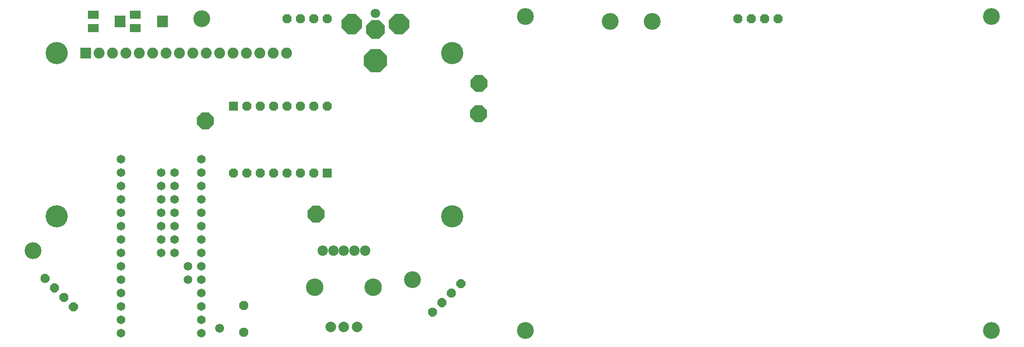
<source format=gts>
G75*
%MOIN*%
%OFA0B0*%
%FSLAX25Y25*%
%IPPOS*%
%LPD*%
%AMOC8*
5,1,8,0,0,1.08239X$1,22.5*
%
%ADD10C,0.12611*%
%ADD11OC8,0.06800*%
%ADD12R,0.08280X0.05918*%
%ADD13R,0.08280X0.08674*%
%ADD14C,0.07887*%
%ADD15C,0.07800*%
%ADD16C,0.13068*%
%ADD17C,0.06500*%
%ADD18R,0.08200X0.08200*%
%ADD19C,0.08200*%
%ADD20C,0.16548*%
%ADD21R,0.06800X0.06800*%
%ADD22OC8,0.17005*%
%ADD23OC8,0.14052*%
%ADD24C,0.07099*%
%ADD25OC8,0.15036*%
%ADD26OC8,0.06706*%
%ADD27C,0.06706*%
%ADD28C,0.01360*%
%ADD29OC8,0.12611*%
D10*
X0077378Y0135252D03*
X0360843Y0113598D03*
X0445331Y0075606D03*
X0793126Y0075606D03*
X0793126Y0310016D03*
X0539976Y0306512D03*
X0508480Y0306512D03*
X0445331Y0310016D03*
X0203362Y0308480D03*
D11*
X0267102Y0308480D03*
X0277102Y0308480D03*
X0287102Y0308480D03*
X0297102Y0308480D03*
X0297354Y0243031D03*
X0287354Y0243031D03*
X0277354Y0243031D03*
X0267354Y0243031D03*
X0257354Y0243031D03*
X0247354Y0243031D03*
X0237354Y0243031D03*
X0237354Y0193031D03*
X0227354Y0193031D03*
X0247354Y0193031D03*
X0257354Y0193031D03*
X0267354Y0193031D03*
X0277354Y0193031D03*
X0287354Y0193031D03*
X0603717Y0308480D03*
X0613717Y0308480D03*
X0623717Y0308480D03*
X0633717Y0308480D03*
D12*
X0153953Y0311512D03*
X0153953Y0301512D03*
X0122457Y0301512D03*
X0122457Y0311512D03*
D13*
X0142535Y0306512D03*
X0174031Y0306512D03*
D14*
X0299819Y0078165D03*
X0309661Y0078165D03*
X0319504Y0078165D03*
D15*
X0317535Y0135252D03*
X0309661Y0135252D03*
X0301787Y0135252D03*
X0293913Y0135252D03*
X0325409Y0135252D03*
D16*
X0331512Y0107693D03*
X0287811Y0107693D03*
D17*
X0143047Y0073323D03*
X0143047Y0083323D03*
X0143047Y0093323D03*
X0143047Y0103323D03*
X0143047Y0113323D03*
X0143047Y0123323D03*
X0143047Y0133323D03*
X0143047Y0143323D03*
X0143047Y0153323D03*
X0143047Y0163323D03*
X0143047Y0173323D03*
X0143047Y0183323D03*
X0143047Y0193323D03*
X0143047Y0203323D03*
X0173047Y0193323D03*
X0183047Y0193323D03*
X0203047Y0193323D03*
X0203047Y0203323D03*
X0203047Y0183323D03*
X0203047Y0173323D03*
X0203047Y0163323D03*
X0203047Y0153323D03*
X0183047Y0153323D03*
X0173047Y0153323D03*
X0173047Y0163323D03*
X0183047Y0163323D03*
X0183047Y0173323D03*
X0173047Y0173323D03*
X0173047Y0183323D03*
X0183047Y0183323D03*
X0183047Y0143323D03*
X0173047Y0143323D03*
X0173047Y0133323D03*
X0183047Y0133323D03*
X0193047Y0123323D03*
X0203047Y0123323D03*
X0203047Y0133323D03*
X0203047Y0143323D03*
X0203047Y0113323D03*
X0193047Y0113323D03*
X0203047Y0103323D03*
X0203047Y0093323D03*
X0203047Y0083323D03*
X0203047Y0073323D03*
D18*
X0116748Y0282890D03*
D19*
X0126748Y0282890D03*
X0136748Y0282890D03*
X0146748Y0282890D03*
X0156748Y0282890D03*
X0166748Y0282890D03*
X0176748Y0282890D03*
X0186748Y0282890D03*
X0196748Y0282890D03*
X0206748Y0282890D03*
X0216748Y0282890D03*
X0226748Y0282890D03*
X0236748Y0282890D03*
X0246748Y0282890D03*
X0256748Y0282890D03*
X0266748Y0282890D03*
D20*
X0390370Y0282890D03*
X0390370Y0160843D03*
X0095094Y0160843D03*
X0095094Y0282890D03*
D21*
X0227354Y0243031D03*
X0297354Y0193031D03*
D22*
X0333283Y0276984D03*
D23*
X0333283Y0300606D03*
D24*
X0333283Y0312417D03*
D25*
X0315567Y0304528D03*
X0351000Y0304528D03*
D26*
X0234858Y0094071D03*
X0234858Y0074071D03*
D27*
X0216748Y0076984D03*
D28*
X0105631Y0092702D02*
X0104951Y0092022D01*
X0104951Y0094276D01*
X0106543Y0095868D01*
X0108797Y0095868D01*
X0110389Y0094276D01*
X0110389Y0092022D01*
X0108797Y0090430D01*
X0106543Y0090430D01*
X0104951Y0092022D01*
X0105971Y0092445D01*
X0105971Y0093853D01*
X0106966Y0094848D01*
X0108374Y0094848D01*
X0109369Y0093853D01*
X0109369Y0092445D01*
X0108374Y0091450D01*
X0106966Y0091450D01*
X0105971Y0092445D01*
X0106991Y0092867D01*
X0106991Y0093431D01*
X0107388Y0093828D01*
X0107952Y0093828D01*
X0108349Y0093431D01*
X0108349Y0092867D01*
X0107952Y0092470D01*
X0107388Y0092470D01*
X0106991Y0092867D01*
X0098560Y0099773D02*
X0097880Y0099093D01*
X0097880Y0101347D01*
X0099472Y0102939D01*
X0101726Y0102939D01*
X0103318Y0101347D01*
X0103318Y0099093D01*
X0101726Y0097501D01*
X0099472Y0097501D01*
X0097880Y0099093D01*
X0098900Y0099516D01*
X0098900Y0100924D01*
X0099895Y0101919D01*
X0101303Y0101919D01*
X0102298Y0100924D01*
X0102298Y0099516D01*
X0101303Y0098521D01*
X0099895Y0098521D01*
X0098900Y0099516D01*
X0099920Y0099938D01*
X0099920Y0100502D01*
X0100317Y0100899D01*
X0100881Y0100899D01*
X0101278Y0100502D01*
X0101278Y0099938D01*
X0100881Y0099541D01*
X0100317Y0099541D01*
X0099920Y0099938D01*
X0091488Y0106844D02*
X0090808Y0106164D01*
X0090808Y0108418D01*
X0092400Y0110010D01*
X0094654Y0110010D01*
X0096246Y0108418D01*
X0096246Y0106164D01*
X0094654Y0104572D01*
X0092400Y0104572D01*
X0090808Y0106164D01*
X0091828Y0106587D01*
X0091828Y0107995D01*
X0092823Y0108990D01*
X0094231Y0108990D01*
X0095226Y0107995D01*
X0095226Y0106587D01*
X0094231Y0105592D01*
X0092823Y0105592D01*
X0091828Y0106587D01*
X0092848Y0107009D01*
X0092848Y0107573D01*
X0093245Y0107970D01*
X0093809Y0107970D01*
X0094206Y0107573D01*
X0094206Y0107009D01*
X0093809Y0106612D01*
X0093245Y0106612D01*
X0092848Y0107009D01*
X0084417Y0113915D02*
X0083737Y0113235D01*
X0083737Y0115489D01*
X0085329Y0117081D01*
X0087583Y0117081D01*
X0089175Y0115489D01*
X0089175Y0113235D01*
X0087583Y0111643D01*
X0085329Y0111643D01*
X0083737Y0113235D01*
X0084757Y0113658D01*
X0084757Y0115066D01*
X0085752Y0116061D01*
X0087160Y0116061D01*
X0088155Y0115066D01*
X0088155Y0113658D01*
X0087160Y0112663D01*
X0085752Y0112663D01*
X0084757Y0113658D01*
X0085777Y0114080D01*
X0085777Y0114644D01*
X0086174Y0115041D01*
X0086738Y0115041D01*
X0087135Y0114644D01*
X0087135Y0114080D01*
X0086738Y0113683D01*
X0086174Y0113683D01*
X0085777Y0114080D01*
X0375379Y0091251D02*
X0374699Y0091931D01*
X0376953Y0091931D01*
X0378545Y0090339D01*
X0378545Y0088085D01*
X0376953Y0086493D01*
X0374699Y0086493D01*
X0373107Y0088085D01*
X0373107Y0090339D01*
X0374699Y0091931D01*
X0375122Y0090911D01*
X0376530Y0090911D01*
X0377525Y0089916D01*
X0377525Y0088508D01*
X0376530Y0087513D01*
X0375122Y0087513D01*
X0374127Y0088508D01*
X0374127Y0089916D01*
X0375122Y0090911D01*
X0375544Y0089891D01*
X0376108Y0089891D01*
X0376505Y0089494D01*
X0376505Y0088930D01*
X0376108Y0088533D01*
X0375544Y0088533D01*
X0375147Y0088930D01*
X0375147Y0089494D01*
X0375544Y0089891D01*
X0382451Y0098322D02*
X0381771Y0099002D01*
X0384025Y0099002D01*
X0385617Y0097410D01*
X0385617Y0095156D01*
X0384025Y0093564D01*
X0381771Y0093564D01*
X0380179Y0095156D01*
X0380179Y0097410D01*
X0381771Y0099002D01*
X0382194Y0097982D01*
X0383602Y0097982D01*
X0384597Y0096987D01*
X0384597Y0095579D01*
X0383602Y0094584D01*
X0382194Y0094584D01*
X0381199Y0095579D01*
X0381199Y0096987D01*
X0382194Y0097982D01*
X0382616Y0096962D01*
X0383180Y0096962D01*
X0383577Y0096565D01*
X0383577Y0096001D01*
X0383180Y0095604D01*
X0382616Y0095604D01*
X0382219Y0096001D01*
X0382219Y0096565D01*
X0382616Y0096962D01*
X0389522Y0105393D02*
X0388842Y0106073D01*
X0391096Y0106073D01*
X0392688Y0104481D01*
X0392688Y0102227D01*
X0391096Y0100635D01*
X0388842Y0100635D01*
X0387250Y0102227D01*
X0387250Y0104481D01*
X0388842Y0106073D01*
X0389265Y0105053D01*
X0390673Y0105053D01*
X0391668Y0104058D01*
X0391668Y0102650D01*
X0390673Y0101655D01*
X0389265Y0101655D01*
X0388270Y0102650D01*
X0388270Y0104058D01*
X0389265Y0105053D01*
X0389687Y0104033D01*
X0390251Y0104033D01*
X0390648Y0103636D01*
X0390648Y0103072D01*
X0390251Y0102675D01*
X0389687Y0102675D01*
X0389290Y0103072D01*
X0389290Y0103636D01*
X0389687Y0104033D01*
X0396593Y0112464D02*
X0395913Y0113144D01*
X0398167Y0113144D01*
X0399759Y0111552D01*
X0399759Y0109298D01*
X0398167Y0107706D01*
X0395913Y0107706D01*
X0394321Y0109298D01*
X0394321Y0111552D01*
X0395913Y0113144D01*
X0396336Y0112124D01*
X0397744Y0112124D01*
X0398739Y0111129D01*
X0398739Y0109721D01*
X0397744Y0108726D01*
X0396336Y0108726D01*
X0395341Y0109721D01*
X0395341Y0111129D01*
X0396336Y0112124D01*
X0396758Y0111104D01*
X0397322Y0111104D01*
X0397719Y0110707D01*
X0397719Y0110143D01*
X0397322Y0109746D01*
X0396758Y0109746D01*
X0396361Y0110143D01*
X0396361Y0110707D01*
X0396758Y0111104D01*
D29*
X0288795Y0162417D03*
X0206118Y0232102D03*
X0410055Y0237614D03*
X0410449Y0260055D03*
M02*

</source>
